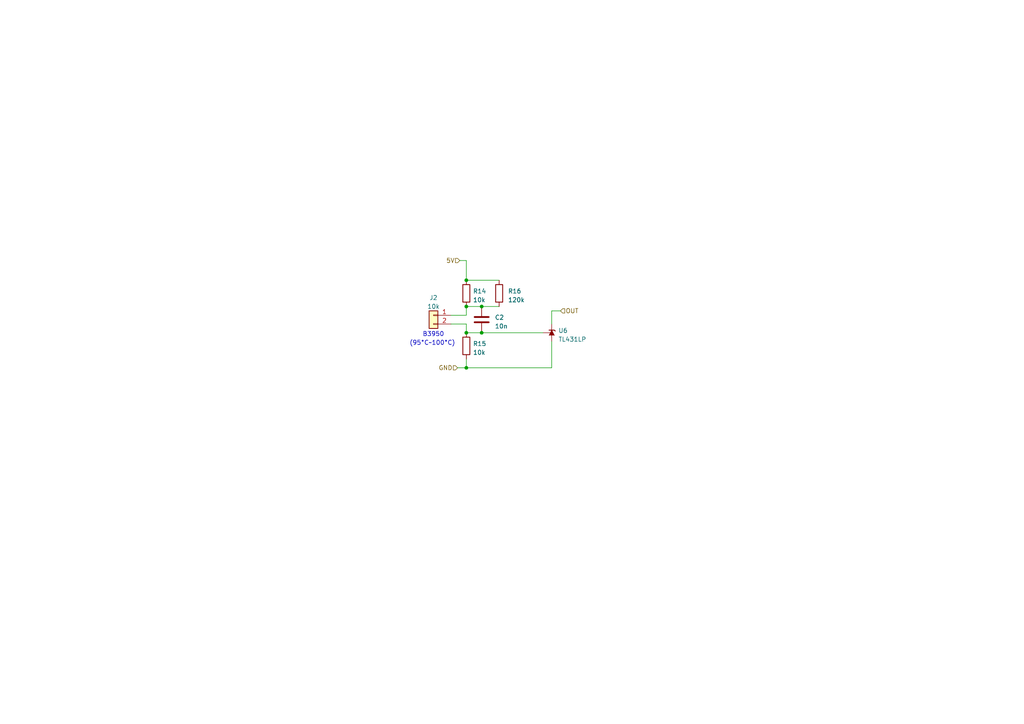
<source format=kicad_sch>
(kicad_sch (version 20230121) (generator eeschema)
  (paper "A4")
  (lib_symbols
    (symbol "Connector_Generic:Conn_01x02" (pin_names (offset 1.016) hide)
      (property "Reference" "J" (at 0 2.54 0))
      (property "Value" "Conn_01x02" (at 0 -5.08 0))
      (symbol "Conn_01x02_1_1"
        (rectangle (start -1.27 -2.413) (end 0 -2.667) (stroke (width 0.1524)))
        (rectangle (start -1.27 0.127) (end 0 -0.127) (stroke (width 0.1524)))
        (rectangle (start -1.27 1.27) (end 1.27 -3.81) (stroke (width 0.254)) (fill (type background)))
        (pin passive line (at -5.08 0 0) (length 3.81) (name "Pin_1") (number "1"))
        (pin passive line (at -5.08 -2.54 0) (length 3.81) (name "Pin_2") (number "2"))
      )
    )
    (symbol "Device:C" (pin_numbers hide) (pin_names (offset 0.254))
      (property "Reference" "C" (at 0.635 2.54 0))
      (property "Value" "C" (at 0.635 -2.54 0))
      (symbol "C_0_1"
        (polyline (pts (xy -2.032 -0.762) (xy 2.032 -0.762)) (stroke (width 0.508)))
        (polyline (pts (xy -2.032 0.762) (xy 2.032 0.762)) (stroke (width 0.508)))
      )
      (symbol "C_1_1"
        (pin passive line (at 0 3.81 270) (length 2.794) (name "~") (number "1"))
        (pin passive line (at 0 -3.81 90) (length 2.794) (name "~") (number "2"))
      )
    )
    (symbol "Device:R" (pin_numbers hide) (pin_names (offset 0))
      (property "Reference" "R" (at 2.032 0 90))
      (property "Value" "R" (at 0 0 90))
      (symbol "R_0_1"
        (rectangle (start -1.016 -2.54) (end 1.016 2.54) (stroke (width 0.254)))
      )
      (symbol "R_1_1"
        (pin passive line (at 0 3.81 270) (length 1.27) (name "~") (number "1"))
        (pin passive line (at 0 -3.81 90) (length 1.27) (name "~") (number "2"))
      )
    )
    (symbol "Reference_Voltage:TL431LP" (pin_numbers hide) (pin_names hide)
      (property "Reference" "U" (at -2.54 2.54 0))
      (property "Value" "TL431LP" (at 0 -2.54 0))
      (symbol "TL431LP_0_1"
        (polyline (pts (xy -1.27 0) (xy 0 0) (xy 1.27 0)))
        (polyline (pts (xy -0.762 0.762) (xy 0.762 0) (xy -0.762 -0.762)) (fill (type outline)))
        (polyline (pts (xy 0.508 -1.016) (xy 0.762 -0.762) (xy 0.762 0.762) (xy 0.762 0.762)) (stroke (width 0.254)))
      )
      (symbol "TL431LP_1_1"
        (pin passive line (at 0 2.54 270) (length 2.54) (name "REF") (number "1"))
        (pin passive line (at -2.54 0 0) (length 2.54) (name "A") (number "2"))
        (pin passive line (at 2.54 0 180) (length 2.54) (name "K") (number "3"))
      )
    )
  )
  (junction (at 139.7 96.52))
  (junction (at 135.255 106.68))
  (junction (at 139.7 88.9))
  (junction (at 135.255 81.28))
  (junction (at 135.255 88.9))
  (junction (at 135.255 96.52))
  (wire (pts (xy 135.255 75.565) (xy 135.255 81.28)))
  (wire (pts (xy 135.255 93.98) (xy 135.255 96.52)))
  (wire (pts (xy 135.255 106.68) (xy 135.255 104.14)))
  (wire (pts (xy 135.255 96.52) (xy 139.7 96.52)))
  (wire (pts (xy 135.255 91.44) (xy 135.255 88.9)))
  (wire (pts (xy 133.35 75.565) (xy 135.255 75.565)))
  (wire (pts (xy 139.7 96.52) (xy 157.48 96.52)))
  (wire (pts (xy 130.81 91.44) (xy 135.255 91.44)))
  (wire (pts (xy 132.715 106.68) (xy 135.255 106.68)))
  (wire (pts (xy 139.7 88.9) (xy 144.78 88.9)))
  (wire (pts (xy 130.81 93.98) (xy 135.255 93.98)))
  (wire (pts (xy 160.02 90.17) (xy 160.02 93.98)))
  (wire (pts (xy 160.02 99.06) (xy 160.02 106.68)))
  (wire (pts (xy 135.255 88.9) (xy 139.7 88.9)))
  (wire (pts (xy 162.56 90.17) (xy 160.02 90.17)))
  (wire (pts (xy 135.255 106.68) (xy 160.02 106.68)))
  (wire (pts (xy 135.255 81.28) (xy 144.78 81.28)))
  (text "B3950" (at 122.555 97.79 0) (effects (font (size 1.27 1.27)) (justify left bottom)))
  (text "(95°C~100°C)" (at 118.745 100.33 0) (effects (font (size 1.27 1.27)) (justify left bottom)))
  (hierarchical_label "GND" (shape input) (at 132.715 106.68 180))
  (hierarchical_label "OUT" (shape input) (at 162.56 90.17 0))
  (hierarchical_label "5V" (shape input) (at 133.35 75.565 180))
  (symbol (lib_id "Device:R") (at 144.78 85.09 0) (unit 1)
    (property "Reference" "R16" (at 147.32 84.455 0) (effects (justify left)))
    (property "Value" "120k" (at 147.32 86.995 0) (effects (justify left)))
    (property "Footprint" "Resistor_THT:R_Axial_DIN0207_L6.3mm_D2.5mm_P2.54mm_Vertical" (effects hide))
    (instances (project "Amplifier_Protector" (path "" (reference "R16") (unit 1)) (path "" (reference "R13") (unit 1)) (path "" (reference "R19") (unit 1)) (path "" (reference "R22") (unit 1)) (path "" (reference "R3") (unit 1)) (path "" (reference "R10") (unit 1)) (path "" (reference "R4") (unit 1))))
  )
  (symbol (lib_id "Reference_Voltage:TL431LP") (at 160.02 96.52 90) (unit 1)
    (property "Reference" "U6" (at 161.925 95.885 90) (effects (justify right)))
    (property "Value" "TL431LP" (at 161.925 98.425 90) (effects (justify right)))
    (property "Footprint" "Package_TO_SOT_THT:TO-92_Inline" (effects hide))
    (property "Datasheet" "http://www.ti.com/lit/ds/symlink/tl431.pdf" (effects hide))
    (instances (project "Amplifier_Protector" (path "" (reference "U6") (unit 1)) (path "" (reference "U5") (unit 1)) (path "" (reference "U7") (unit 1)) (path "" (reference "U8") (unit 1)) (path "" (reference "U3") (unit 1)) (path "" (reference "U4") (unit 1)) (path "" (reference "U3") (unit 1))))
  )
  (symbol (lib_id "Device:C") (at 139.7 92.71 0) (unit 1)
    (property "Reference" "C2" (at 143.51 92.075 0) (effects (justify left)))
    (property "Value" "10n" (at 143.51 94.615 0) (effects (justify left)))
    (property "Footprint" "Capacitor_THT:C_Disc_D5.0mm_W2.5mm_P5.00mm" (effects hide))
    (instances (project "Amplifier_Protector" (path "" (reference "C2") (unit 1)) (path "" (reference "C3") (unit 1)) (path "" (reference "C4") (unit 1)) (path "" (reference "C5") (unit 1)) (path "" (reference "C6") (unit 1)) (path "" (reference "C7") (unit 1)) (path "" (reference "C8") (unit 1))))
  )
  (symbol (lib_id "Device:R") (at 135.255 100.33 0) (unit 1)
    (property "Reference" "R15" (at 137.16 99.695 0) (effects (justify left)))
    (property "Value" "10k" (at 137.16 102.235 0) (effects (justify left)))
    (property "Footprint" "Resistor_THT:R_Axial_DIN0207_L6.3mm_D2.5mm_P2.54mm_Vertical" (effects hide))
    (instances (project "Amplifier_Protector" (path "" (reference "R15") (unit 1)) (path "" (reference "R12") (unit 1)) (path "" (reference "R18") (unit 1)) (path "" (reference "R21") (unit 1)) (path "" (reference "R4") (unit 1)) (path "" (reference "R9") (unit 1)) (path "" (reference "R3") (unit 1))))
  )
  (symbol (lib_id "Connector_Generic:Conn_01x02") (at 125.73 91.44 0) (mirror y) (unit 1)
    (property "Reference" "J2" (at 125.73 86.36 0))
    (property "Value" "10k" (at 125.73 88.9 0))
    (property "Footprint" "Connector_PinSocket_2.54mm:PinSocket_1x02_P2.54mm_Vertical" (effects hide))
    (instances (project "Amplifier_Protector" (path "" (reference "J2") (unit 1)) (path "" (reference "NTC1") (unit 1)) (path "" (reference "NTC2") (unit 1)) (path "" (reference "NTC3") (unit 1)) (path "" (reference "NTC4") (unit 1)) (path "" (reference "NTC5") (unit 1)) (path "" (reference "NTC6") (unit 1))))
  )
  (symbol (lib_id "Device:R") (at 135.255 85.09 0) (unit 1)
    (property "Reference" "R14" (at 137.16 84.455 0) (effects (justify left)))
    (property "Value" "10k" (at 137.16 86.995 0) (effects (justify left)))
    (property "Footprint" "Resistor_THT:R_Axial_DIN0207_L6.3mm_D2.5mm_P2.54mm_Vertical" (effects hide))
    (instances (project "Amplifier_Protector" (path "" (reference "R14") (unit 1)) (path "" (reference "R11") (unit 1)) (path "" (reference "R17") (unit 1)) (path "" (reference "R20") (unit 1)) (path "" (reference "R2") (unit 1)) (path "" (reference "R8") (unit 1)) (path "" (reference "R2") (unit 1))))
  )
)
</source>
